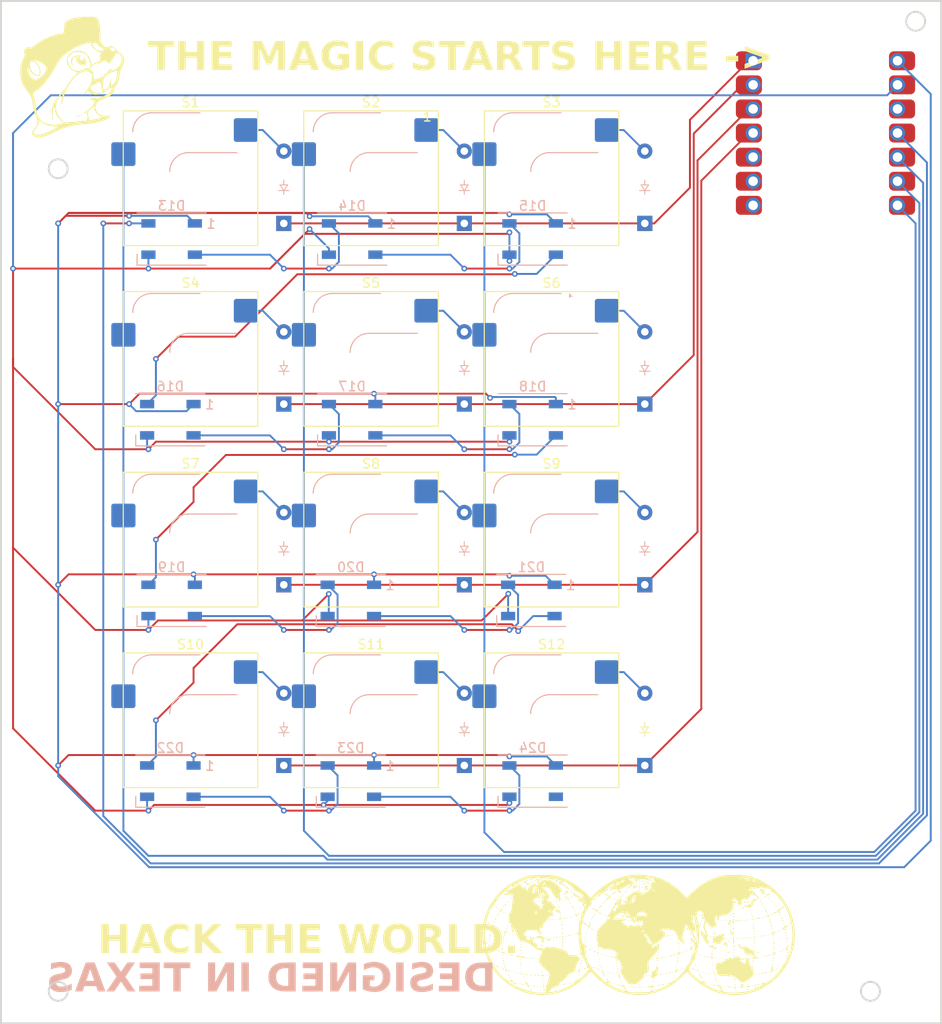
<source format=kicad_pcb>
(kicad_pcb (version 20240108) (generator "pcbnew") (generator_version "8.0")
  (layers (0 "F.Cu" signal) (31 "B.Cu" signal) (34 "B.Paste" user) (35 "F.Paste" user) (36 "B.SilkS" user "B.Silkscreen") (37 "F.SilkS" user "F.Silkscreen") (38 "B.Mask" user) (39 "F.Mask" user) (44 "Edge.Cuts" user))
  (net 0 "")
  (net 1 "Net-(D1-A)")
  (net 2 "Row 1")
  (net 3 "Net-(D2-A)")
  (net 4 "Net-(D3-A)")
  (net 5 "Net-(D4-A)")
  (net 6 "Row 2")
  (net 7 "Net-(D5-A)")
  (net 8 "Net-(D6-A)")
  (net 9 "Row 3")
  (net 10 "Net-(D7-A)")
  (net 11 "Net-(D8-A)")
  (net 12 "Net-(D9-A)")
  (net 13 "Row 4")
  (net 14 "Net-(D10-A)")
  (net 15 "Net-(D11-A)")
  (net 16 "Net-(D12-A)")
  (net 17 "RGB")
  (net 18 "Net-(D13-DOUT)")
  (net 19 "+5V")
  (net 20 "GND")
  (net 21 "Net-(D14-DOUT)")
  (net 22 "Net-(D15-DOUT)")
  (net 23 "Net-(D16-DOUT)")
  (net 24 "Net-(D17-DOUT)")
  (net 25 "Net-(D18-DOUT)")
  (net 26 "Net-(D19-DOUT)")
  (net 27 "Net-(D20-DOUT)")
  (net 28 "Net-(D21-DOUT)")
  (net 29 "Net-(D22-DOUT)")
  (net 30 "Net-(D23-DOUT)")
  (net 32 "Col 2")
  (net 33 "Col 3")
  (net 34 "Col 1")
  (footprint "Images:world" (layer "F.Cu") (at 156.55 136.92)
    (property "Reference" "G***")
    (property "Value" "LOGO" (hide yes))
  )
  (footprint "ScottoKeebs_Hotswap:Hotswap_MX_1.00u" (layer "F.Cu") (at 109.22 95.25)
    (property "Reference" "S7")
    (property "Value" "Keyswitch")
  )
  (footprint "Images:buccee_small" (layer "F.Cu") (at 96.69 46.49)
    (property "Reference" "G***" (hide yes))
    (property "Value" "LOGO" (hide yes))
  )
  (footprint "ScottoKeebs_Hotswap:Hotswap_MX_1.00u" (layer "F.Cu") (at 147.32 114.3)
    (property "Reference" "S12")
    (property "Value" "Keyswitch")
  )
  (footprint "ScottoKeebs_Hotswap:Hotswap_MX_1.00u" (layer "F.Cu") (at 147.32 57.15)
    (property "Reference" "S3")
    (property "Value" "Keyswitch")
  )
  (footprint "ScottoKeebs_Components:Diode_DO-35" (layer "F.Cu") (at 157.1625 119.0625 90)
    (property "Reference" "D12" (hide yes))
    (property "Value" "Diode" (hide yes))
  )
  (footprint "ScottoKeebs_Hotswap:Hotswap_MX_1.00u" (layer "F.Cu") (at 109.22 76.2)
    (property "Reference" "S4")
    (property "Value" "Keyswitch")
  )
  (footprint "ScottoKeebs_Hotswap:Hotswap_MX_1.00u" (layer "F.Cu") (at 128.27 114.3)
    (property "Reference" "S11")
    (property "Value" "Keyswitch")
  )
  (footprint "ScottoKeebs_Hotswap:Hotswap_MX_1.00u" (layer "F.Cu") (at 109.22 114.3)
    (property "Reference" "S10")
    (property "Value" "Keyswitch")
  )
  (footprint "ScottoKeebs_Hotswap:Hotswap_MX_1.00u" (layer "F.Cu") (at 147.32 95.25)
    (property "Reference" "S9")
    (property "Value" "Keyswitch")
  )
  (footprint "ScottoKeebs_Hotswap:Hotswap_MX_1.00u" (layer "F.Cu") (at 109.22 57.15)
    (property "Reference" "S1")
    (property "Value" "Keyswitch")
  )
  (footprint "ScottoKeebs_Hotswap:Hotswap_MX_1.00u" (layer "F.Cu") (at 147.32 76.2)
    (property "Reference" "S6")
    (property "Value" "Keyswitch")
  )
  (footprint "ScottoKeebs_MCU:Seeed_XIAO_RP2040" (layer "F.Cu") (at 176.2125 52.3875)
    (property "Reference" "U2" (hide yes))
    (property "Value" "MCU_Seeed_XIAO_RP2040")
  )
  (footprint "ScottoKeebs_Hotswap:Hotswap_MX_1.00u" (layer "F.Cu") (at 128.27 57.15)
    (property "Reference" "S2")
    (property "Value" "Keyswitch")
  )
  (footprint "ScottoKeebs_Hotswap:Hotswap_MX_1.00u" (layer "F.Cu") (at 128.27 95.25)
    (property "Reference" "S8")
    (property "Value" "Keyswitch")
  )
  (footprint "ScottoKeebs_Hotswap:Hotswap_MX_1.00u" (layer "F.Cu") (at 128.27 76.2)
    (property "Reference" "S5")
    (property "Value" "Keyswitch")
  )
  (footprint "ScottoKeebs_Components:LED_WS2812B" (layer "B.Cu") (at 107.225 101.6625 180)
    (property "Reference" "D19")
    (property "Value" "LED_WS2812B")
  )
  (footprint "ScottoKeebs_Components:Diode_DO-35" (layer "B.Cu") (at 119.0625 100.0125 90)
    (property "Reference" "D7" (hide yes))
    (property "Value" "Diode" (hide yes))
  )
  (footprint "ScottoKeebs_Components:LED_WS2812B" (layer "B.Cu") (at 126.1375 120.7125 180)
    (property "Reference" "D23")
    (property "Value" "LED_WS2812B" (hide yes))
  )
  (footprint "ScottoKeebs_Components:Diode_DO-35" (layer "B.Cu") (at 157.1625 80.9625 90)
    (property "Reference" "D6" (hide yes))
    (property "Value" "Diode" (hide yes))
  )
  (footprint "ScottoKeebs_Components:LED_WS2812B" (layer "B.Cu") (at 126.1375 101.6625 180)
    (property "Reference" "D20")
    (property "Value" "LED_WS2812B")
  )
  (footprint "ScottoKeebs_Components:LED_WS2812B" (layer "B.Cu") (at 107.0875 82.6125 180)
    (property "Reference" "D16")
    (property "Value" "LED_WS2812B" (hide yes))
  )
  (footprint "ScottoKeebs_Components:Diode_DO-35" (layer "B.Cu") (at 119.0625 61.9125 90)
    (property "Reference" "D1" (hide yes))
    (property "Value" "Diode" (hide yes))
  )
  (footprint "ScottoKeebs_Components:LED_WS2812B" (layer "B.Cu") (at 145.325 120.7125 180)
    (property "Reference" "D24")
    (property "Value" "LED_WS2812B" (hide yes))
  )
  (footprint "ScottoKeebs_Components:Diode_DO-35" (layer "B.Cu") (at 138.1125 61.9125 90)
    (property "Reference" "D2" (hide yes))
    (property "Value" "Diode" (hide yes))
  )
  (footprint "ScottoKeebs_Components:LED_WS2812B" (layer "B.Cu") (at 107.225 63.5625 180)
    (property "Reference" "D13")
    (property "Value" "LED_WS2812B" (hide yes))
  )
  (footprint "ScottoKeebs_Components:Diode_DO-35" (layer "B.Cu") (at 157.1625 61.9125 90)
    (property "Reference" "D3" (hide yes))
    (property "Value" "Diode" (hide yes))
  )
  (footprint "ScottoKeebs_Components:LED_WS2812B" (layer "B.Cu") (at 107.0875 120.7125 180)
    (property "Reference" "D22")
    (property "Value" "LED_WS2812B" (hide yes))
  )
  (footprint "ScottoKeebs_Components:LED_WS2812B" (layer "B.Cu") (at 145.1875 101.6625 180)
    (property "Reference" "D21")
    (property "Value" "LED_WS2812B" (hide yes))
  )
  (footprint "ScottoKeebs_Components:LED_WS2812B" (layer "B.Cu") (at 126.275 82.6125 180)
    (property "Reference" "D17")
    (property "Value" "LED_WS2812B" (hide yes))
  )
  (footprint "ScottoKeebs_Components:Diode_DO-35" (layer "B.Cu") (at 157.1625 100.0125 90)
    (property "Reference" "D9" (hide yes))
    (property "Value" "Diode" (hide yes))
  )
  (footprint "ScottoKeebs_Components:LED_WS2812B" (layer "B.Cu") (at 126.275 63.5625 180)
    (property "Reference" "D14")
    (property "Value" "LED_WS2812B" (hide yes))
  )
  (footprint "ScottoKeebs_Components:Diode_DO-35" (layer "B.Cu") (at 119.0625 119.0625 90)
    (property "Reference" "D10" (hide yes))
    (property "Value" "Diode" (hide yes))
  )
  (footprint "ScottoKeebs_Components:Diode_DO-35" (layer "B.Cu") (at 119.0625 80.9625 90)
    (property "Reference" "D4" (hide yes))
    (property "Value" "Diode" (hide yes))
  )
  (footprint "ScottoKeebs_Components:Diode_DO-35" (layer "B.Cu") (at 138.1125 80.9625 90)
    (property "Reference" "D5" (hide yes))
    (property "Value" "Diode" (hide yes))
  )
  (footprint "ScottoKeebs_Components:LED_WS2812B" (layer "B.Cu") (at 145.325 82.6125 180)
    (property "Reference" "D18")
    (property "Value" "LED_WS2812B")
  )
  (footprint "ScottoKeebs_Components:LED_WS2812B" (layer "B.Cu") (at 145.325 63.5625 180)
    (property "Reference" "D15")
    (property "Value" "LED_WS2812B" (hide yes))
  )
  (footprint "ScottoKeebs_Components:Diode_DO-35" (layer "B.Cu") (at 138.1125 119.0625 90)
    (property "Reference" "D11" (hide yes))
    (property "Value" "Diode" (hide yes))
  )
  (footprint "ScottoKeebs_Components:Diode_DO-35" (layer "B.Cu") (at 138.1125 100.0125 90)
    (property "Reference" "D8" (hide yes))
    (property "Value" "Diode" (hide yes))
  )
  (gr_circle (center 95.25 56.15) (end 96.25 56.15) (stroke (width 0.2)) (fill none) (layer "Edge.Cuts"))
  (gr_circle (center 180.975 142.875) (end 181.975 142.875) (stroke (width 0.2)) (fill none) (layer "Edge.Cuts"))
  (gr_circle (center 95.25 142.875) (end 96.25 142.875) (stroke (width 0.2)) (fill none) (layer "Edge.Cuts"))
  (gr_circle (center 185.75 40.6) (end 186.75 40.6) (stroke (width 0.2)) (fill none) (layer "Edge.Cuts"))
  (gr_rect (start 89.21125 38.46) (end 188.44375 146.25) (stroke (width 0.2)) (fill none) (layer "Edge.Cuts"))
  (gr_text "DESIGNED IN TEXAS" (at 141.47 143.4 0) (layer "B.SilkS") (effects (font (size 3 3) (thickness 0.3) (bold yes)) (justify left bottom mirror)))
  (gr_text "HACK THE WORLD." (at 99.43 139.35 0) (layer "F.SilkS") (effects (font (size 3 3) (thickness 0.3) (bold yes)) (justify left bottom)))
  (gr_text "THE MAGIC STARTS HERE ->" (at 104.68 46.25 0) (layer "F.SilkS") (effects (font (size 3 3) (thickness 0.3) (bold yes)) (justify left bottom)))
  (segment (start 115.062 52.07) (end 116.84 52.07) (width 0.2) (layer "B.Cu") (net 1))
  (segment (start 116.84 52.07) (end 119.0625 54.2925) (width 0.2) (layer "B.Cu") (net 1))
  (segment (start 158.1625 61.9125) (end 161.925 58.15) (width 0.2) (layer "F.Cu") (net 2))
  (segment (start 161.925 58.15) (end 161.925 50.99) (width 0.2) (layer "F.Cu") (net 2))
  (segment (start 123.825 61.9125) (end 138.1125 61.9125) (width 0.2) (layer "F.Cu") (net 2))
  (segment (start 161.925 50.99) (end 168.1475 44.7675) (width 0.2) (layer "F.Cu") (net 2))
  (segment (start 119.0625 61.9125) (end 123.825 61.9125) (width 0.2) (layer "F.Cu") (net 2))
  (segment (start 157.1625 61.9125) (end 158.1625 61.9125) (width 0.2) (layer "F.Cu") (net 2))
  (segment (start 138.1125 61.9125) (end 157.1625 61.9125) (width 0.2) (layer "F.Cu") (net 2))
  (segment (start 135.89 52.07) (end 138.1125 54.2925) (width 0.2) (layer "B.Cu") (net 3))
  (segment (start 134.112 52.07) (end 135.89 52.07) (width 0.2) (layer "B.Cu") (net 3))
  (segment (start 153.162 52.07) (end 154.94 52.07) (width 0.2) (layer "B.Cu") (net 4))
  (segment (start 154.94 52.07) (end 157.1625 54.2925) (width 0.2) (layer "B.Cu") (net 4))
  (segment (start 115.062 71.12) (end 116.84 71.12) (width 0.2) (layer "B.Cu") (net 5))
  (segment (start 116.84 71.12) (end 119.0625 73.3425) (width 0.2) (layer "B.Cu") (net 5))
  (segment (start 138.1125 80.9625) (end 157.1625 80.9625) (width 0.2) (layer "F.Cu") (net 6))
  (segment (start 119.0625 80.9625) (end 138.1125 80.9625) (width 0.2) (layer "F.Cu") (net 6))
  (segment (start 162.325 75.8) (end 162.325 52.44363) (width 0.2) (layer "F.Cu") (net 6))
  (segment (start 157.1625 80.9625) (end 162.325 75.8) (width 0.2) (layer "F.Cu") (net 6))
  (segment (start 162.325 52.44363) (end 167.46113 47.3075) (width 0.2) (layer "F.Cu") (net 6))
  (segment (start 167.46113 47.3075) (end 168.1475 47.3075) (width 0.2) (layer "F.Cu") (net 6))
  (segment (start 135.89 71.12) (end 138.1125 73.3425) (width 0.2) (layer "B.Cu") (net 7))
  (segment (start 134.112 71.12) (end 135.89 71.12) (width 0.2) (layer "B.Cu") (net 7))
  (segment (start 154.94 71.12) (end 157.1625 73.3425) (width 0.2) (layer "B.Cu") (net 8))
  (segment (start 153.162 71.12) (end 154.94 71.12) (width 0.2) (layer "B.Cu") (net 8))
  (segment (start 157.1625 100.0125) (end 162.725 94.45) (width 0.2) (layer "F.Cu") (net 9))
  (segment (start 119.0625 100.0125) (end 138.1125 100.0125) (width 0.2) (layer "F.Cu") (net 9))
  (segment (start 162.725 94.45) (end 162.725 55.27) (width 0.2) (layer "F.Cu") (net 9))
  (segment (start 162.725 55.27) (end 168.1475 49.8475) (width 0.2) (layer "F.Cu") (net 9))
  (segment (start 138.1125 100.0125) (end 157.1625 100.0125) (width 0.2) (layer "F.Cu") (net 9))
  (segment (start 116.84 90.17) (end 119.0625 92.3925) (width 0.2) (layer "B.Cu") (net 10))
  (segment (start 115.062 90.17) (end 116.84 90.17) (width 0.2) (layer "B.Cu") (net 10))
  (segment (start 135.89 90.17) (end 138.1125 92.3925) (width 0.2) (layer "B.Cu") (net 11))
  (segment (start 134.112 90.17) (end 135.89 90.17) (width 0.2) (layer "B.Cu") (net 11))
  (segment (start 153.162 90.17) (end 154.94 90.17) (width 0.2) (layer "B.Cu") (net 12))
  (segment (start 154.94 90.17) (end 157.1625 92.3925) (width 0.2) (layer "B.Cu") (net 12))
  (segment (start 157.1625 119.0625) (end 163.125 113.1) (width 0.2) (layer "F.Cu") (net 13))
  (segment (start 163.125 57.41) (end 168.1475 52.3875) (width 0.2) (layer "F.Cu") (net 13))
  (segment (start 138.1125 119.0625) (end 157.1625 119.0625) (width 0.2) (layer "F.Cu") (net 13))
  (segment (start 163.125 113.1) (end 163.125 57.41) (width 0.2) (layer "F.Cu") (net 13))
  (segment (start 119.0625 119.0625) (end 138.1125 119.0625) (width 0.2) (layer "F.Cu") (net 13))
  (segment (start 115.062 109.22) (end 116.84 109.22) (width 0.2) (layer "B.Cu") (net 14))
  (segment (start 116.84 109.22) (end 119.0625 111.4425) (width 0.2) (layer "B.Cu") (net 14))
  (segment (start 135.89 109.22) (end 138.1125 111.4425) (width 0.2) (layer "B.Cu") (net 15))
  (segment (start 134.112 109.22) (end 135.89 109.22) (width 0.2) (layer "B.Cu") (net 15))
  (segment (start 153.162 109.22) (end 154.94 109.22) (width 0.2) (layer "B.Cu") (net 16))
  (segment (start 154.94 109.22) (end 157.1625 111.4425) (width 0.2) (layer "B.Cu") (net 16))
  (segment (start 102.735 61.9125) (end 100.0125 61.9125) (width 0.2) (layer "F.Cu") (net 17))
  (via (at 100.0125 61.9125) (size 0.6) (drill 0.3) (layers "F.Cu" "B.Cu") (net 17))
  (via (at 102.735 61.9125) (size 0.6) (drill 0.3) (layers "F.Cu" "B.Cu") (net 17))
  (segment (start 186.9375 55.4925) (end 183.8325 52.3875) (width 0.2) (layer "B.Cu") (net 17))
  (segment (start 100.0125 124.390686) (end 105.009314 129.3875) (width 0.2) (layer "B.Cu") (net 17))
  (segment (start 104.775 61.9125) (end 102.735 61.9125) (width 0.2) (layer "B.Cu") (net 17))
  (segment (start 181.872057 129.3875) (end 186.9375 124.322057) (width 0.2) (layer "B.Cu") (net 17))
  (segment (start 105.009314 129.3875) (end 181.872057 129.3875) (width 0.2) (layer "B.Cu") (net 17))
  (segment (start 186.9375 124.322057) (end 186.9375 55.4925) (width 0.2) (layer "B.Cu") (net 17))
  (segment (start 100.0125 61.9125) (end 100.0125 124.390686) (width 0.2) (layer "B.Cu") (net 17))
  (segment (start 119.0625 66.675) (end 123.825 66.675) (width 0.2) (layer "F.Cu") (net 18))
  (via (at 123.825 66.675) (size 0.6) (drill 0.3) (layers "F.Cu" "B.Cu") (net 18))
  (via (at 119.0625 66.675) (size 0.6) (drill 0.3) (layers "F.Cu" "B.Cu") (net 18))
  (segment (start 124.875 65.9625) (end 124.1625 66.675) (width 0.2) (layer "B.Cu") (net 18))
  (segment (start 124.1625 66.675) (end 123.825 66.675) (width 0.2) (layer "B.Cu") (net 18))
  (segment (start 123.825 61.9125) (end 124.875 62.9625) (width 0.2) (layer "B.Cu") (net 18))
  (segment (start 117.6 65.2125) (end 109.675 65.2125) (width 0.2) (layer "B.Cu") (net 18))
  (segment (start 119.0625 66.675) (end 117.6 65.2125) (width 0.2) (layer "B.Cu") (net 18))
  (segment (start 124.875 62.9625) (end 124.875 65.9625) (width 0.2) (layer "B.Cu") (net 18))
  (segment (start 96.35 60.8125) (end 95.25 61.9125) (width 0.2) (layer "F.Cu") (net 19))
  (segment (start 142.875 60.962498) (end 142.725002 60.8125) (width 0.2) (layer "F.Cu") (net 19))
  (segment (start 96.35 117.9625) (end 95.25 119.0625) (width 0.2) (layer "F.Cu") (net 19))
  (segment (start 102.735 61.112497) (end 96.050003 61.112497) (width 0.2) (layer "F.Cu") (net 19))
  (segment (start 142.875 118.112498) (end 142.725002 117.9625) (width 0.2) (layer "F.Cu") (net 19))
  (segment (start 121.785 61.1625) (end 121.435 60.8125) (width 0.2) (layer "F.Cu") (net 19))
  (segment (start 109.5375 117.9625) (end 96.35 117.9625) (width 0.2) (layer "F.Cu") (net 19))
  (segment (start 140.835 80.31) (end 140.3875 79.8625) (width 0.2) (layer "F.Cu") (net 19))
  (segment (start 128.5875 98.9125) (end 109.5375 98.9125) (width 0.2) (layer "F.Cu") (net 19))
  (segment (start 121.435 60.8125) (end 96.35 60.8125) (width 0.2) (layer "F.Cu") (net 19))
  (segment (start 142.725002 98.9125) (end 128.5875 98.9125) (width 0.2) (layer "F.Cu") (net 19))
  (segment (start 140.3875 79.8625) (end 128.5875 79.8625) (width 0.2) (layer "F.Cu") (net 19))
  (segment (start 142.875 99.062498) (end 142.725002 98.9125) (width 0.2) (layer "F.Cu") (net 19))
  (segment (start 96.050003 61.112497) (end 95.25 61.9125) (width 0.2) (layer "F.Cu") (net 19))
  (segment (start 142.725002 60.8125) (end 96.35 60.8125) (width 0.2) (layer "F.Cu") (net 19))
  (segment (start 103.835 79.8625) (end 102.735 80.9625) (width 0.2) (layer "F.Cu") (net 19))
  (segment (start 96.35 98.9125) (end 95.25 100.0125) (width 0.2) (layer "F.Cu") (net 19))
  (segment (start 109.5375 98.9125) (end 96.35 98.9125) (width 0.2) (layer "F.Cu") (net 19))
  (segment (start 102.735 80.9625) (end 95.25 80.9625) (width 0.2) (layer "F.Cu") (net 19))
  (segment (start 142.725002 117.9625) (end 128.5875 117.9625) (width 0.2) (layer "F.Cu") (net 19))
  (segment (start 128.5875 117.9625) (end 109.5375 117.9625) (width 0.2) (layer "F.Cu") (net 19))
  (segment (start 128.5875 79.8625) (end 103.835 79.8625) (width 0.2) (layer "F.Cu") (net 19))
  (via (at 95.25 119.0625) (size 0.6) (drill 0.3) (layers "F.Cu" "B.Cu") (net 19))
  (via (at 95.25 100.0125) (size 0.6) (drill 0.3) (layers "F.Cu" "B.Cu") (net 19))
  (via (at 128.5875 98.9125) (size 0.6) (drill 0.3) (layers "F.Cu" "B.Cu") (net 19))
  (via (at 142.875 60.962498) (size 0.6) (drill 0.3) (layers "F.Cu" "B.Cu") (net 19))
  (via (at 102.735 61.112497) (size 0.6) (drill 0.3) (layers "F.Cu" "B.Cu") (net 19))
  (via (at 102.735 80.9625) (size 0.6) (drill 0.3) (layers "F.Cu" "B.Cu") (net 19))
  (via (at 121.785 61.1625) (size 0.6) (drill 0.3) (layers "F.Cu" "B.Cu") (net 19))
  (via (at 109.5375 117.9625) (size 0.6) (drill 0.3) (layers "F.Cu" "B.Cu") (net 19))
  (via (at 95.25 80.9625) (size 0.6) (drill 0.3) (layers "F.Cu" "B.Cu") (net 19))
  (via (at 109.5375 98.9125) (size 0.6) (drill 0.3) (layers "F.Cu" "B.Cu") (net 19))
  (via (at 128.5875 117.9625) (size 0.6) (drill 0.3) (layers "F.Cu" "B.Cu") (net 19))
  (via (at 128.5875 79.8625) (size 0.6) (drill 0.3) (layers "F.Cu" "B.Cu") (net 19))
  (via (at 95.25 61.9125) (size 0.6) (drill 0.3) (layers "F.Cu" "B.Cu") (net 19))
  (via (at 142.875 118.112498) (size 0.6) (drill 0.3) (layers "F.Cu" "B.Cu") (net 19))
  (via (at 95.25 61.9125) (size 0.6) (drill 0.3) (layers "F.Cu" "B.Cu") (net 19))
  (via (at 140.835 80.31) (size 0.6) (drill 0.3) (layers "F.Cu" "B.Cu") (net 19))
  (via (at 142.875 99.062498) (size 0.6) (drill 0.3) (layers "F.Cu" "B.Cu") (net 19))
  (segment (start 95.25 120.193872) (end 104.843628 129.7875) (width 0.2) (layer "B.Cu") (net 19))
  (segment (start 147.6775 80.2125) (end 140.9325 80.2125) (width 0.2) (layer "B.Cu") (net 19))
  (segment (start 108.7875 81.7125) (end 103.485 81.7125) (width 0.2) (layer "B.Cu") (net 19))
  (segment (start 128.5875 100.0125) (end 128.5875 98.9125) (width 0.2) (layer "B.Cu") (net 19))
  (segment (start 127.975 61.1625) (end 121.785 61.1625) (width 0.2) (layer "B.Cu") (net 19))
  (segment (start 184.5375 129.7875) (end 187.3375 126.9875) (width 0.2) (layer "B.Cu") (net 19))
  (segment (start 128.5875 119.0625) (end 128.5875 117.9625) (width 0.2) (layer "B.Cu") (net 19))
  (segment (start 187.3375 48.2725) (end 183.8325 44.7675) (width 0.2) (layer "B.Cu") (net 19))
  (segment (start 95.25 119.0625) (end 95.25 120.193872) (width 0.2) (layer "B.Cu") (net 19))
  (segment (start 147.775 61.9125) (end 146.824998 60.962498) (width 0.2) (layer "B.Cu") (net 19))
  (segment (start 146.824998 118.112498) (end 142.875 118.112498) (width 0.2) (layer "B.Cu") (net 19))
  (segment (start 128.725 80) (end 128.5875 79.8625) (width 0.2) (layer "B.Cu") (net 19))
  (segment (start 104.843628 129.7875) (end 184.5375 129.7875) (width 0.2) (layer "B.Cu") (net 19))
  (segment (start 146.824998 60.962498) (end 142.875 60.962498) (width 0.2) (layer "B.Cu") (net 19))
  (segment (start 109.5375 119.0625) (end 109.5375 117.9625) (width 0.2) (layer "B.Cu") (net 19))
  (segment (start 147.6375 100.0125) (end 146.687498 99.062498) (width 0.2) (layer "B.Cu") (net 19))
  (segment (start 109.675 99.05) (end 109.5375 98.9125) (width 0.2) (layer "B.Cu") (net 19))
  (segment (start 95.25 61.9125) (end 95.25 80.9625) (width 0.2) (layer "B.Cu") (net 19))
  (segment (start 109.5375 80.9625) (end 108.7875 81.7125) (width 0.2) (layer "B.Cu") (net 19))
  (segment (start 108.874997 61.112497) (end 102.735 61.112497) (width 0.2) (layer "B.Cu") (net 19))
  (segment (start 103.485 81.7125) (end 102.735 80.9625) (width 0.2) (layer "B.Cu") (net 19))
  (segment (start 146.687498 99.062498) (end 142.875 99.062498) (width 0.2) (layer "B.Cu") (net 19))
  (segment (start 147.775 80.31) (end 147.6775 80.2125) (width 0.2) (layer "B.Cu") (net 19))
  (segment (start 95.25 80.9625) (end 95.25 100.0125) (width 0.2) (layer "B.Cu") (net 19))
  (segment (start 95.25 100.0125) (end 95.25 119.0625) (width 0.2) (layer "B.Cu") (net 19))
  (segment (start 187.3375 126.9875) (end 187.3375 48.2725) (width 0.2) (layer "B.Cu") (net 19))
  (segment (start 147.775 119.0625) (end 146.824998 118.112498) (width 0.2) (layer "B.Cu") (net 19))
  (segment (start 147.775 80.9625) (end 147.775 80.31) (width 0.2) (layer "B.Cu") (net 19))
  (segment (start 109.675 100.0125) (end 109.675 99.05) (width 0.2) (layer "B.Cu") (net 19))
  (segment (start 128.725 61.9125) (end 127.975 61.1625) (width 0.2) (layer "B.Cu") (net 19))
  (segment (start 109.675 61.9125) (end 108.874997 61.112497) (width 0.2) (layer "B.Cu") (net 19))
  (segment (start 128.725 80.9625) (end 128.725 80) (width 0.2) (layer "B.Cu") (net 19))
  (segment (start 140.9325 80.2125) (end 140.835 80.31) (width 0.2) (layer "B.Cu") (net 19))
  (segment (start 99.163971 104.775) (end 90.4875 96.098529) (width 0.2) (layer "F.Cu") (net 20))
  (segment (start 117.6225 66.675) (end 104.775 66.675) (width 0.2) (layer "F.Cu") (net 20))
  (segment (start 105.375 123.225) (end 104.775 123.825) (width 0.2) (layer "F.Cu") (net 20))
  (segment (start 105.775 103.775) (end 104.775 104.775) (width 0.2) (layer "F.Cu") (net 20))
  (segment (start 142.756985 100.962502) (end 139.944487 103.775) (width 0.2) (layer "F.Cu") (net 20))
  (segment (start 123.806986 100.980516) (end 121.012502 103.775) (width 0.2) (layer "F.Cu") (net 20))
  (segment (start 92.444486 79.005514) (end 94.825736 81.386764) (width 0.2) (layer "F.Cu") (net 20))
  (segment (start 139.944487 103.775) (end 121.012502 103.775) (width 0.2) (layer "F.Cu") (net 20))
  (segment (start 99.163971 123.825) (end 90.4875 115.148529) (width 0.2) (layer "F.Cu") (net 20))
  (segment (start 104.775 85.725) (end 99.163971 85.725) (width 0.2) (layer "F.Cu") (net 20))
  (segment (start 142.875 123.024997) (end 142.674997 123.225) (width 0.2) (layer "F.Cu") (net 20))
  (segment (start 90.4875 77.048529) (end 90.4875 76.2) (width 0.2) (layer "F.Cu") (net 20))
  (segment (start 104.775 123.825) (end 99.163971 123.825) (width 0.2) (layer "F.Cu") (net 20))
  (segment (start 142.875 62.862502) (end 142.725002 63.0125) (width 0.2) (layer "F.Cu") (net 20))
  (segment (start 90.4875 76.2) (end 90.4875 66.675) (width 0.2) (layer "F.Cu") (net 20))
  (segment (start 90.4875 96.098529) (end 90.4875 76.2) (width 0.2) (layer "F.Cu") (net 20))
  (segment (start 99.163971 85.725) (end 94.825736 81.386764) (width 0.2) (layer "F.Cu") (net 20))
  (segment (start 92.444486 79.005514) (end 90.4875 77.048529) (width 0.2) (layer "F.Cu") (net 20))
  (segment (start 123.825 84.924997) (end 105.575003 84.924997) (width 0.2) (layer "F.Cu") (net 20))
  (segment (start 142.674997 123.225) (end 123.259312 123.225) (width 0.2) (layer "F.Cu") (net 20))
  (segment (start 142.725002 63.0125) (end 121.285 63.0125) (width 0.2) (layer "F.Cu") (net 20))
  (segment (start 90.4875 115.148529) (end 90.4875 96.098529) (width 0.2) (layer "F.Cu") (net 20))
  (segment (start 142.875 84.924997) (end 123.825 84.924997) (width 0.2) (layer "F.Cu") (net 20))
  (segment (start 121.285 63.0125) (end 117.6225 66.675) (width 0.2) (layer "F.Cu") (net 20))
  (segment (start 123.259312 123.225) (end 105.375 123.225) (width 0.2) (layer "F.Cu") (net 20))
  (segment (start 104.775 104.775) (end 99.163971 104.775) (width 0.2) (layer "F.Cu") (net 20))
  (segment (start 121.012502 103.775) (end 105.775 103.775) (width 0.2) (layer "F.Cu") (net 20))
  (segment (start 105.575003 84.924997) (end 104.775 85.725) (width 0.2) (layer "F.Cu") (net 20))
  (segment (start 121.785 62.5125) (end 117.6225 66.675) (width 0.2) (layer "F.Cu") (net 20))
  (segment (start 104.775 66.675) (end 90.4875 66.675) (width 0.2) (layer "F.Cu") (net 20))
  (via (at 104.775 66.675) (size 0.6) (drill 0.3) (layers "F.Cu" "B.Cu") (net 20))
  (via (at 123.825 84.924997) (size 0.6) (drill 0.3) (layers "F.Cu" "B.Cu") (net 20))
  (via (at 142.875 123.024997) (size 0.6) (drill 0.3) (layers "F.Cu" "B.Cu") (net 20))
  (via (at 142.875 62.862502) (size 0.6) (drill 0.3) (layers "F.Cu" "B.Cu") (net 20))
  (via (at 142.875 65.874997) (size 0.6) (drill 0.3) (layers "F.Cu" "B.Cu") (net 20))
  (via (at 104.775 85.725) (size 0.6) (drill 0.3) (layers "F.Cu" "B.Cu") (net 20))
  (via (at 142.756985 100.962502) (size 0.6) (drill 0.3) (layers "F.Cu" "B.Cu") (net 20))
  (via (at 142.875 84.924997) (size 0.6) (drill 0.3) (layers "F.Cu" "B.Cu") (net 20))
  (via (at 123.806986 100.980516) (size 0.6) (drill 0.3) (layers "F.Cu" "B.Cu") (net 20))
  (via (at 104.775 123.825) (size 0.6) (drill 0.3) (layers "F.Cu" "B.Cu") (net 20))
  (via (at 90.4875 66.675) (size 0.6) (drill 0.3) (layers "F.Cu" "B.Cu") (net 20))
  (via (at 121.785 62.5125) (size 0.6) (drill 0.3) (layers "F.Cu" "B.Cu") (net 20))
  (via (at 123.259312 123.225) (size 0.6) (drill 0.3) (layers "F.Cu" "B.Cu") (net 20))
  (via (at 104.775 104.775) (size 0.6) (drill 0.3) (layers "F.Cu" "B.Cu") (net 20))
  (segment (start 104.6375 123.6875) (end 104.775 123.825) (width 0.2) (layer "B.Cu") (net 20))
  (segment (start 123.6875 122.3625) (end 123.6875 122.796812) (width 0.2) (layer "B.Cu") (net 20))
  (segment (start 142.875 65.2125) (end 142.875 62.862502) (width 0.2) (layer "B.Cu") (net 20))
  (segment (start 123.825 84.2625) (end 123.825 84.924997) (width 0.2) (layer "B.Cu") (net 20))
  (segment (start 123.825 64.5525) (end 121.785 62.5125) (width 0.2) (layer "B.Cu") (net 20))
  (segment (start 142.875 65.2125) (end 142.875 65.874997) (width 0.2) (layer "B.Cu") (net 20))
  (segment (start 123.806986 103.193014) (end 123.806986 100.980516) (width 0.2) (layer "B.Cu") (net 20))
  (segment (start 104.6375 85.5875) (end 104.775 85.725) (width 0.2) (layer "B.Cu") (net 20))
  (segment (start 182.7325 48.4075) (end 183.8325 47.3075) (width 0.2) (layer "B.Cu") (net 20))
  (segment (start 104.6375 122.3625) (end 104.6375 123.6875) (width 0.2) (layer "B.Cu") (net 20))
  (segment (start 123.6875 122.796812) (end 123.259312 123.225) (width 0.2) (layer "B.Cu") (net 20))
  (segment (start 104.775 65.2125) (end 104.775 66.675) (width 0.2) (layer "B.Cu") (net 20))
  (segment (start 142.875 84.2625) (end 142.875 84.924997) (width 0.2) (layer "B.Cu") (net 20))
  (segment (start 94.4675 48.4075) (end 182.7325 48.4075) (width 0.2) (layer "B.Cu") (net 20))
  (segment (start 123.6875 103.3125) (end 123.806986 103.193014) (width 0.2) (layer "B.Cu") (net 20))
  (segment (start 104.6375 84.2625) (end 104.6375 85.5875) (width 0.2) (layer "B.Cu") (net 20))
  (segment (start 90.4875 52.3875) (end 94.4675 48.4075) (width 0.2) (layer "B.Cu") (net 20))
  (segment (start 90.4875 66.675) (end 90.4875 52.3875) (width 0.2) (layer "B.Cu") (net 20))
  (segment (start 142.875 122.3625) (end 142.875 123.024997) (width 0.2) (layer "B.Cu") (net 20))
  (segment (start 142.7375 103.3125) (end 142.7375 100.981987) (width 0.2) (layer "B.Cu") (net 20))
  (segment (start 104.775 103.3125) (end 104.775 104.775) (width 0.2) (layer "B.Cu") (net 20))
  (segment (start 142.7375 100.981987) (end 142.756985 100.962502) (width 0.2) (layer "B.Cu") (net 20))
  (segment (start 123.825 65.2125) (end 123.825 64.5525) (width 0.2) (layer "B.Cu") (net 20))
  (segment (start 138.1125 66.675) (end 142.875 66.675) (width 0.2) (layer "F.Cu") (net 21))
  (via (at 138.1125 66.675) (size 0.6) (drill 0.3) (layers "F.Cu" "B.Cu") (net 21))
  (via (at 142.875 66.675) (size 0.6) (drill 0.3) (layers "F.Cu" "B.Cu") (net 21))
  (segment (start 143.2125 66.675) (end 142.875 66.675) (width 0.2) (layer "B.Cu") (net 21))
  (segment (start 143.925 65.9625) (end 143.2125 66.675) (width 0.2) (layer "B.Cu") (net 21))
  (segment (start 143.925 62.9625) (end 143.925 65.9625) (width 0.2) (layer "B.Cu") (net 21))
  (segment (start 128.725 65.2125) (end 136.65 65.2125) (width 0.2) (layer "B.Cu") (net 21))
  (segment (start 136.65 65.2125) (end 138.1125 66.675) (width 0.2) (layer "B.Cu") (net 21))
  (segment (start 142.875 61.9125) (end 143.925 62.9625) (width 0.2) (layer "B.Cu") (net 21))
  (segment (start 120.495 67.275) (end 113.92 73.85) (width 0.2) (layer "F.Cu") (net 22))
  (segment (start 143.406374 67.275) (end 120.495 67.275) (width 0.2) (layer "F.Cu") (net 22))
  (segment (start 143.440687 67.240687) (end 143.406374 67.275) (width 0.2) (layer "F.Cu") (net 22))
  (segment (start 113.92 73.85) (end 107.915 73.85) (width 0.2) (layer "F.Cu") (net 22))
  (segment (start 107.915 73.85) (end 105.565 76.2) (width 0.2) (layer "F.Cu") (net 22))
  (via (at 143.440687 67.240687) (size 0.6) (drill 0.3) (layers "F.Cu" "B.Cu") (net 22))
  (via (at 105.565 76.2) (size 0.6) (drill 0.3) (layers "F.Cu" "B.Cu") (net 22))
  (segment (start 145.746813 67.240687) (end 143.440687 67.240687) (width 0.2) (layer "B.Cu") (net 22))
  (segment (start 105.565 76.2) (end 105.565 80.035) (width 0.2) (layer "B.Cu") (net 22))
  (segment (start 147.775 65.2125) (end 145.746813 67.240687) (width 0.2) (layer "B.Cu") (net 22))
  (segment (start 105.565 80.035) (end 104.6375 80.9625) (width 0.2) (layer "B.Cu") (net 22))
  (segment (start 119.0625 85.725) (end 123.825 85.725) (width 0.2) (layer "F.Cu") (net 23))
  (via (at 119.0625 85.725) (size 0.6) (drill 0.3) (layers "F.Cu" "B.Cu") (net 23))
  (via (at 123.825 85.725) (size 0.6) (drill 0.3) (layers "F.Cu" "B.Cu") (net 23))
  (segment (start 123.825 80.9625) (end 124.875 82.0125) (width 0.2) (layer "B.Cu") (net 23))
  (segment (start 124.875 82.0125) (end 124.875 85.0125) (width 0.2) (layer "B.Cu") (net 23))
  (segment (start 109.5375 84.2625) (end 117.6 84.2625) (width 0.2) (layer "B.Cu") (net 23))
  (segment (start 124.1625 85.725) (end 123.825 85.725) (width 0.2) (layer "B.Cu") (net 23))
  (segment (start 117.6 84.2625) (end 119.0625 85.725) (width 0.2) (layer "B.Cu") (net 23))
  (segment (start 124.875 85.0125) (end 124.1625 85.725) (width 0.2) (layer "B.Cu") (net 23))
  (segment (start 138.1125 85.725) (end 142.875 85.725) (width 0.2) (layer "F.Cu") (net 24))
  (via (at 142.875 85.725) (size 0.6) (drill 0.3) (layers "F.Cu" "B.Cu") (net 24))
  (via (at 138.1125 85.725) (size 0.6) (drill 0.3) (layers "F.Cu" "B.Cu") (net 24))
  (segment (start 136.65 84.2625) (end 138.1125 85.725) (width 0.2) (layer "B.Cu") (net 24))
  (segment (start 128.725 84.2625) (end 136.65 84.2625) (width 0.2) (layer "B.Cu") (net 24))
  (segment (start 143.925 82.0125) (end 143.925 85.0125) (width 0.2) (layer "B.Cu") (net 24))
  (segment (start 142.875 80.9625) (end 143.925 82.0125) (width 0.2) (layer "B.Cu") (net 24))
  (segment (start 143.2125 85.725) (end 142.875 85.725) (width 0.2) (layer "B.Cu") (net 24))
  (segment (start 143.925 85.0125) (end 143.2125 85.725) (width 0.2) (layer "B.Cu") (net 24))
  (segment (start 143.406374 86.325) (end 112.95335 86.325) (width 0.2) (layer "F.Cu") (net 25))
  (segment (start 109.5375 89.74085) (end 109.5375 91.2775) (width 0.2) (layer "F.Cu") (net 25))
  (segment (start 109.5375 91.2775) (end 105.565 95.25) (width 0.2) (layer "F.Cu") (net 25))
  (segment (start 112.95335 86.325) (end 109.5375 89.74085) (width 0.2) (layer "F.Cu") (net 25))
  (segment (start 143.440687 86.290687) (end 143.406374 86.325) (width 0.2) (layer "F.Cu") (net 25))
  (via (at 105.565 95.25) (size 0.6) (drill 0.3) (layers "F.Cu" "B.Cu") (net 25))
  (via (at 143.440687 86.290687) (size 0.6) (drill 0.3) (layers "F.Cu" "B.Cu") (net 25))
  (segment (start 105.565 95.25) (end 105.565 99.2225) (width 0.2) (layer "B.Cu") (net 25))
  (segment (start 105.565 99.2225) (end 104.775 100.0125) (width 0.2) (layer "B.Cu") (net 25))
  (segment (start 147.775 84.2625) (end 145.746813 86.290687) (width 0.2) (layer "B.Cu") (net 25))
  (segment (start 145.746813 86.290687) (end 143.440687 86.290687) (width 0.2) (layer "B.Cu") (net 25))
  (segment (start 119.0625 104.775) (end 123.825 104.775) (width 0.2) (layer "F.Cu") (net 26))
  (via (at 123.825 104.775) (size 0.6) (drill 0.3) (layers "F.Cu" "B.Cu") (net 26))
  (via (at 119.0625 104.775) (size 0.6) (drill 0.3) (layers "F.Cu" "B.Cu") (net 26))
  (segment (start 123.6875 100.0125) (end 124.7375 101.0625) (width 0.2) (layer "B.Cu") (net 26))
  (segment (start 124.025 104.775) (end 123.825 104.775) (width 0.2) (layer "B.Cu") (net 26))
  (segment (start 124.7375 101.0625) (end 124.7375 104.0625) (width 0.2) (layer "B.Cu") (net 26))
  (segment (start 124.7375 104.0625) (end 124.025 104.775) (width 0.2) (layer "B.Cu") (net 26))
  (segment (start 117.6 103.3125) (end 109.675 103.3125) (width 0.2) (layer "B.Cu") (net 26))
  (segment (start 119.0625 104.775) (end 117.6 103.3125) (width 0.2) (layer "B.Cu") (net 26))
  (segment (start 138.1125 104.775) (end 142.875 104.775) (width 0.2) (layer "F.Cu") (net 27))
  (via (at 138.1125 104.775) (size 0.6) (drill 0.3) (layers "F.Cu" "B.Cu") (net 27))
  (via (at 142.875 104.775) (size 0.6) (drill 0.3) (layers "F.Cu" "B.Cu") (net 27))
  (segment (start 138.1125 104.775) (end 136.65 103.3125) (width 0.2) (layer "B.Cu") (net 27))
  (segment (start 142.7375 100.0125) (end 143.7875 101.0625) (width 0.2) (layer "B.Cu") (net 27))
  (segment (start 143.7875 104.0625) (end 143.075 104.775) (width 0.2) (layer "B.Cu") (net 27))
  (segment (start 143.075 104.775) (end 142.875 104.775) (width 0.2) (layer "B.Cu") (net 27))
  (segment (start 143.7875 101.0625) (end 143.7875 104.0625) (width 0.2) (layer "B.Cu") (net 27))
  (segment (start 136.65 103.3125) (end 128.5875 103.3125) (width 0.2) (layer "B.Cu") (net 27))
  (segment (start 143.799267 104.899263) (end 143.799267 104.850738) (width 0.2) (layer "F.Cu") (net 28))
  (segment (start 109.5375 108.79085) (end 109.5375 110.3275) (width 0.2) (layer "F.Cu") (net 28))
  (segment (start 143.799267 104.850738) (end 143.123529 104.175) (width 0.2) (layer "F.Cu") (net 28))
  (segment (start 143.123529 104.175) (end 114.15335 104.175) (width 0.2) (layer "F.Cu") (net 28))
  (segment (start 114.15335 104.175) (end 109.5375 108.79085) (width 0.2) (layer "F.Cu") (net 28))
  (segment (start 109.5375 110.3275) (end 105.565 114.3) (width 0.2) (layer "F.Cu") (net 28))
  (via (at 143.799267 104.899263) (size 0.6) (drill 0.3) (layers "F.Cu" "B.Cu") (net 28))
  (via (at 105.565 114.3) (size 0.6) (drill 0.3) (layers "F.Cu" "B.Cu") (net 28))
  (segment (start 147.6375 103.3125) (end 145.38603 103.3125) (width 0.2) (layer "B.Cu") (net 28))
  (segment (start 105.565 118.135) (end 104.6375 119.0625) (width 0.2) (layer "B.Cu") (net 28))
  (segment (start 145.38603 103.3125) (end 143.799267 104.899263) (width 0.2) (layer "B.Cu") (net 28))
  (segment (start 105.565 114.3) (end 105.565 118.135) (width 0.2) (layer "B.Cu") (net 28))
  (segment (start 119.0625 123.825) (end 123.825 123.825) (width 0.2) (layer "F.Cu") (net 29))
  (via (at 123.825 123.825) (size 0.6) (drill 0.3) (layers "F.Cu" "B.Cu") (net 29))
  (via (at 119.0625 123.825) (size 0.6) (drill 0.3) (layers "F.Cu" "B.Cu") (net 29))
  (segment (start 124.7375 120.1125) (end 124.7375 123.1125) (width 0.2) (layer "B.Cu") (net 29))
  (segment (start 123.6875 119.0625) (end 124.7375 120.1125) (width 0.2) (layer "B.Cu") (net 29))
  (segment (start 124.025 123.825) (end 123.825 123.825) (width 0.2) (layer "B.Cu") (net 29))
  (segment (start 119.0625 123.825) (end 117.6 122.3625) (width 0.2) (layer "B.Cu") (net 29))
  (segment (start 117.6 122.3625) (end 109.5375 122.3625) (width 0.2) (layer "B.Cu") (net 29))
  (segment (start 124.7375 123.1125) (end 124.025 123.825) (width 0.2) (layer "B.Cu") (net 29))
  (segment (start 138.1125 123.825) (end 142.875 123.825) (width 0.2) (layer "F.Cu") (net 30))
  (via (at 138.1125 123.825) (size 0.6) (drill 0.3) (layers "F.Cu" "B.Cu") (net 30))
  (via (at 142.875 123.825) (size 0.6) (drill 0.3) (layers "F.Cu" "B.Cu") (net 30))
  (segment (start 143.925 120.1125) (end 143.925 123.1125) (width 0.2) (layer "B.Cu") (net 30))
  (segment (start 128.5875 122.3625) (end 136.65 122.3625) (width 0.2) (layer "B.Cu") (net 30))
  (segment (start 143.2125 123.825) (end 142.875 123.825) (width 0.2) (layer "B.Cu") (net 30))
  (segment (start 143.925 123.1125) (end 143.2125 123.825) (width 0.2) (layer "B.Cu") (net 30))
  (segment (start 142.875 119.0625) (end 143.925 120.1125) (width 0.2) (layer "B.Cu") (net 30))
  (segment (start 136.65 122.3625) (end 138.1125 123.825) (width 0.2) (layer "B.Cu") (net 30))
  (segment (start 186.1375 59.7725) (end 183.8325 57.4675) (width 0.2) (layer "B.Cu") (net 32))
  (segment (start 121.185 125.9475) (end 123.825 128.5875) (width 0.2) (layer "B.Cu") (net 32))
  (segment (start 121.185 92.71) (end 121.185 111.76) (width 0.2) (layer "B.Cu") (net 32))
  (segment (start 121.185 73.66) (end 121.185 92.71) (width 0.2) (layer "B.Cu") (net 32))
  (segment (start 186.1375 123.990685) (end 186.1375 59.7725) (width 0.2) (layer "B.Cu") (net 32))
  (segment (start 121.185 54.61) (end 121.185 73.66) (width 0.2) (layer "B.Cu") (net 32))
  (segment (start 181.540685 128.5875) (end 186.1375 123.990685) (width 0.2) (layer "B.Cu") (net 32))
  (segment (start 123.825 128.5875) (end 181.540685 128.5875) (width 0.2) (layer "B.Cu") (net 32))
  (segment (start 121.185 111.76) (end 121.185 125.9475) (width 0.2) (layer "B.Cu") (net 32))
  (segment (start 181.374999 128.1875) (end 185.7375 123.824999) (width 0.2) (layer "B.Cu") (net 33))
  (segment (start 140.235 92.71) (end 140.235 111.76) (width 0.2) (layer "B.Cu") (net 33))
  (segment (start 142.30625 128.1875) (end 181.374999 128.1875) (width 0.2) (layer "B.Cu") (net 33))
  (segment (start 140.235 73.66) (end 140.235 92.71) (width 0.2) (layer "B.Cu") (net 33))
  (segment (start 140.235 54.61) (end 140.235 73.66) (width 0.2) (layer "B.Cu") (net 33))
  (segment (start 140.235 111.76) (end 140.235 126.11625) (width 0.2) (layer "B.Cu") (net 33))
  (segment (start 185.7375 61.9125) (end 183.8325 60.0075) (width 0.2) (layer "B.Cu") (net 33))
  (segment (start 185.7375 123.824999) (end 185.7375 61.9125) (width 0.2) (layer "B.Cu") (net 33))
  (segment (start 140.235 126.11625) (end 142.30625 128.1875) (width 0.2) (layer "B.Cu") (net 33))
  (segment (start 186.5375 124.156371) (end 181.706371 128.9875) (width 0.2) (layer "B.Cu") (net 34))
  (segment (start 102.135 54.61) (end 102.135 73.66) (width 0.2) (layer "B.Cu") (net 34))
  (segment (start 119.0625 128.5875) (end 104.775 128.5875) (width 0.2) (layer "B.Cu") (net 34))
  (segment (start 183.8325 54.9275) (end 186.5375 57.6325) (width 0.2) (layer "B.Cu") (net 34))
  (segment (start 123.259314 128.5875) (end 119.0625 128.5875) (width 0.2) (layer "B.Cu") (net 34))
  (segment (start 181.706371 128.9875) (end 123.659314 128.9875) (width 0.2) (layer "B.Cu") (net 34))
  (segment (start 102.135 73.66) (end 102.135 92.71) (width 0.2) (layer "B.Cu") (net 34))
  (segment (start 186.5375 57.6325) (end 186.5375 124.156371) (width 0.2) (layer "B.Cu") (net 34))
  (segment (start 123.659314 128.9875) (end 123.259314 128.5875) (width 0.2) (layer "B.Cu") (net 34))
  (segment (start 102.135 125.9475) (end 102.135 111.76) (width 0.2) (layer "B.Cu") (net 34))
  (segment (start 104.775 128.5875) (end 102.135 125.9475) (width 0.2) (layer "B.Cu") (net 34))
  (segment (start 102.135 92.71) (end 102.135 111.76) (width 0.2) (layer "B.Cu") (net 34))
)
</source>
